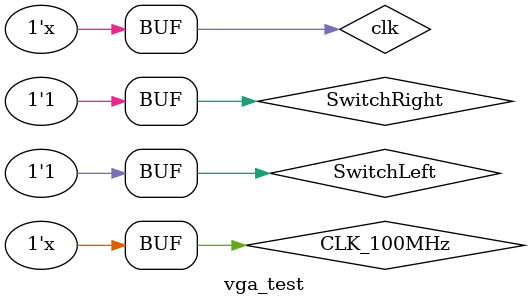
<source format=v>
module vga_test;

	// Inputs
	reg CLK_100MHz;
	reg SwitchLeft;
	reg SwitchRight;

	// Outputs
	wire HSync;
	wire VSync;
	wire [2:0] Red;
	wire [2:0] Green;
	wire [1:0] Blue;
	
	wire clk;
	assign clk = CLK_100MHz;

	initial begin
		CLK_100MHz = 0;
		SwitchLeft = 1;
		SwitchRight = 1;
	end
	
	always begin
		#1 CLK_100MHz = !CLK_100MHz;
	end
	
	vga101 uut (
		.CLK_100MHz(clk),
		.SwitchLeft(SwitchLeft),
		.SwitchRight(SwitchRight),
		.HSync(HSync),
		.VSync(VSync),
		.Red(Red), 
		.Green(Green), 
		.Blue(Blue)
	);
      
endmodule


</source>
